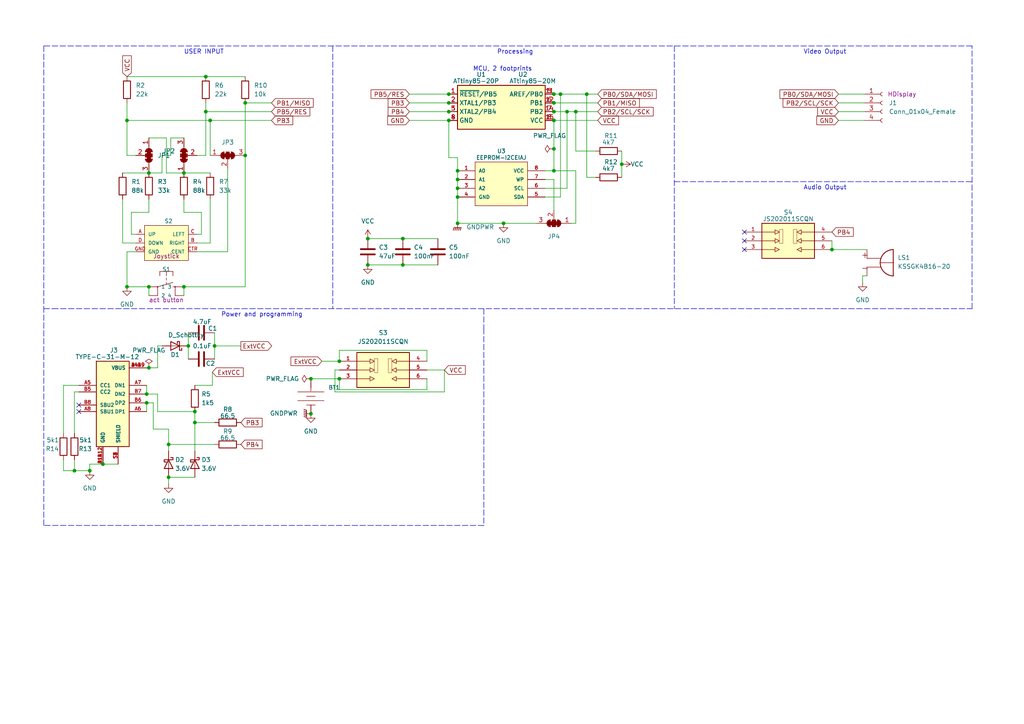
<source format=kicad_sch>
(kicad_sch (version 20211123) (generator eeschema)
  (paper "A4")
  (title_block (title "Tiny Handheld keychain ") (date "2022-09-16") (rev "1.0") (comment 2 "Heavely inspired by Yevgeniy Olexandrenko's design") (comment 3 "Designed by Casper R. Tak"))
  (lib_symbols
    (symbol "Connector:Conn_01x04_Female" (pin_names (offset 1.016) hide)
      (property "Reference" "J" (at 0 5.08 0))
      (property "Value" "Conn_01x04_Female" (at 0 -7.62 0))
      (symbol "Conn_01x04_Female_1_1"
        (arc (start 0 -4.572) (mid -0.508 -5.08) (end 0 -5.588) (stroke (width 0.1524)))
        (arc (start 0 -2.032) (mid -0.508 -2.54) (end 0 -3.048) (stroke (width 0.1524)))
        (polyline (pts (xy -1.27 -5.08) (xy -0.508 -5.08)) (stroke (width 0.1524)))
        (polyline (pts (xy -1.27 -2.54) (xy -0.508 -2.54)) (stroke (width 0.1524)))
        (polyline (pts (xy -1.27 0) (xy -0.508 0)) (stroke (width 0.1524)))
        (polyline (pts (xy -1.27 2.54) (xy -0.508 2.54)) (stroke (width 0.1524)))
        (arc (start 0 0.508) (mid -0.508 0) (end 0 -0.508) (stroke (width 0.1524)))
        (arc (start 0 3.048) (mid -0.508 2.54) (end 0 2.032) (stroke (width 0.1524)))
        (pin passive line (at -5.08 2.54 0) (length 3.81) (name "Pin_1") (number "1"))
        (pin passive line (at -5.08 0 0) (length 3.81) (name "Pin_2") (number "2"))
        (pin passive line (at -5.08 -2.54 0) (length 3.81) (name "Pin_3") (number "3"))
        (pin passive line (at -5.08 -5.08 0) (length 3.81) (name "Pin_4") (number "4"))
      )
    )
    (symbol "Device:C" (pin_numbers hide) (pin_names (offset 0.254))
      (property "Reference" "C" (at 0.635 2.54 0))
      (property "Value" "C" (at 0.635 -2.54 0))
      (symbol "C_0_1"
        (polyline (pts (xy -2.032 -0.762) (xy 2.032 -0.762)) (stroke (width 0.508)))
        (polyline (pts (xy -2.032 0.762) (xy 2.032 0.762)) (stroke (width 0.508)))
      )
      (symbol "C_1_1"
        (pin passive line (at 0 3.81 270) (length 2.794) (name "~") (number "1"))
        (pin passive line (at 0 -3.81 90) (length 2.794) (name "~") (number "2"))
      )
    )
    (symbol "Device:D_Schottky" (pin_numbers hide) (pin_names (offset 1.016) hide)
      (property "Reference" "D" (at 0 2.54 0))
      (property "Value" "D_Schottky" (at 0 -2.54 0))
      (symbol "D_Schottky_0_1"
        (polyline (pts (xy 1.27 0) (xy -1.27 0)))
        (polyline (pts (xy 1.27 1.27) (xy 1.27 -1.27) (xy -1.27 0) (xy 1.27 1.27)) (stroke (width 0.254)))
        (polyline (pts (xy -1.905 0.635) (xy -1.905 1.27) (xy -1.27 1.27) (xy -1.27 -1.27) (xy -0.635 -1.27) (xy -0.635 -0.635)) (stroke (width 0.254)))
      )
      (symbol "D_Schottky_1_1"
        (pin passive line (at -3.81 0 0) (length 2.54) (name "K") (number "1"))
        (pin passive line (at 3.81 0 180) (length 2.54) (name "A") (number "2"))
      )
    )
    (symbol "Device:R" (pin_numbers hide) (pin_names (offset 0))
      (property "Reference" "R" (at 2.032 0 90))
      (property "Value" "R" (at 0 0 90))
      (symbol "R_0_1"
        (rectangle (start -1.016 -2.54) (end 1.016 2.54) (stroke (width 0.254)))
      )
      (symbol "R_1_1"
        (pin passive line (at 0 3.81 270) (length 1.27) (name "~") (number "1"))
        (pin passive line (at 0 -3.81 90) (length 1.27) (name "~") (number "2"))
      )
    )
    (symbol "JS202011SCQN:JS202011SCQN" (pin_names (offset 1.016) hide)
      (property "Reference" "S" (at -7.62 6.35 0))
      (property "Value" "JS202011SCQN" (at -7.62 -6.35 0))
      (symbol "JS202011SCQN_0_0"
        (rectangle (start -7.62 -5.08) (end 7.62 5.08) (stroke (width 0.254)) (fill (type background)))
        (polyline (pts (xy -7.62 -2.54) (xy -3.81 -2.54)) (stroke (width 0.1524)))
        (polyline (pts (xy -7.62 0) (xy -3.81 0)) (stroke (width 0.1524)))
        (polyline (pts (xy -7.62 2.54) (xy -3.81 2.54)) (stroke (width 0.1524)))
        (polyline (pts (xy 7.62 -2.54) (xy 3.81 -2.54)) (stroke (width 0.1524)))
        (polyline (pts (xy 7.62 0) (xy 3.81 0)) (stroke (width 0.1524)))
        (polyline (pts (xy 7.62 2.54) (xy 3.81 2.54)) (stroke (width 0.1524)))
        (polyline (pts (xy -3.81 -1.905) (xy -3.81 -3.175) (xy -2.54 -2.54) (xy -3.81 -1.905)) (stroke (width 0.1524)) (fill (type background)))
        (polyline (pts (xy -3.81 0.635) (xy -3.81 -0.635) (xy -2.54 0) (xy -3.81 0.635)) (stroke (width 0.1524)) (fill (type background)))
        (polyline (pts (xy -3.81 3.175) (xy -3.81 1.905) (xy -2.54 2.54) (xy -3.81 3.175)) (stroke (width 0.1524)) (fill (type background)))
        (polyline (pts (xy 3.81 -3.175) (xy 3.81 -1.905) (xy 2.54 -2.54) (xy 3.81 -3.175)) (stroke (width 0.1524)) (fill (type background)))
        (polyline (pts (xy 3.81 -0.635) (xy 3.81 0.635) (xy 2.54 0) (xy 3.81 -0.635)) (stroke (width 0.1524)) (fill (type background)))
        (polyline (pts (xy 3.81 1.905) (xy 3.81 3.175) (xy 2.54 2.54) (xy 3.81 1.905)) (stroke (width 0.1524)) (fill (type background)))
        (polyline (pts (xy -2.54 3.302) (xy -2.54 -0.762) (xy -1.524 -0.762) (xy -1.524 3.302) (xy -2.54 3.302)) (stroke (width 0.0254)) (fill (type background)))
        (polyline (pts (xy 1.524 3.302) (xy 1.524 -0.762) (xy 2.54 -0.762) (xy 2.54 3.302) (xy 1.524 3.302)) (stroke (width 0.0254)) (fill (type background)))
        (pin passive line (at -12.7 2.54 0) (length 5.08) (name "~") (number "1"))
        (pin passive line (at -12.7 0 0) (length 5.08) (name "~") (number "2"))
        (pin passive line (at -12.7 -2.54 0) (length 5.08) (name "~") (number "3"))
        (pin passive line (at 12.7 2.54 180) (length 5.08) (name "~") (number "4"))
        (pin passive line (at 12.7 0 180) (length 5.08) (name "~") (number "5"))
        (pin passive line (at 12.7 -2.54 180) (length 5.08) (name "~") (number "6"))
      )
    )
    (symbol "Jumper:SolderJumper_3_Bridged123" (pin_names (offset 0) hide)
      (property "Reference" "JP" (at -2.54 -2.54 0))
      (property "Value" "SolderJumper_3_Bridged123" (at 0 2.794 0))
      (symbol "SolderJumper_3_Bridged123_0_1"
        (rectangle (start -1.016 0.508) (end -0.508 -0.508) (fill (type outline)))
        (arc (start -1.016 1.016) (mid -2.032 0) (end -1.016 -1.016))
        (arc (start -1.016 1.016) (mid -2.032 0) (end -1.016 -1.016) (fill (type outline)))
        (rectangle (start -0.508 1.016) (end 0.508 -1.016) (fill (type outline)))
        (polyline (pts (xy -2.54 0) (xy -2.032 0)))
        (polyline (pts (xy -1.016 1.016) (xy -1.016 -1.016)))
        (polyline (pts (xy 0 -1.27) (xy 0 -1.016)))
        (polyline (pts (xy 1.016 1.016) (xy 1.016 -1.016)))
        (polyline (pts (xy 2.54 0) (xy 2.032 0)))
        (rectangle (start 0.508 0.508) (end 1.016 -0.508) (fill (type outline)))
        (arc (start 1.016 -1.016) (mid 2.032 0) (end 1.016 1.016))
        (arc (start 1.016 -1.016) (mid 2.032 0) (end 1.016 1.016) (fill (type outline)))
      )
      (symbol "SolderJumper_3_Bridged123_1_1"
        (pin passive line (at -5.08 0 0) (length 2.54) (name "A") (number "1"))
        (pin passive line (at 0 -3.81 90) (length 2.54) (name "C") (number "2"))
        (pin passive line (at 5.08 0 180) (length 2.54) (name "B") (number "3"))
      )
    )
    (symbol "KSSGK4B16-20:KSSGK4B16-20" (pin_numbers hide) (pin_names (offset 1.016) hide)
      (property "Reference" "LS" (at -2.54 6.35 0))
      (property "Value" "KSSGK4B16-20" (at -2.54 -5.08 0))
      (symbol "KSSGK4B16-20_0_0"
        (polyline (pts (xy -2.54 0) (xy 1.397 0)) (stroke (width 0.1524)))
        (polyline (pts (xy -2.54 2.54) (xy 1.397 2.54)) (stroke (width 0.1524)))
        (polyline (pts (xy 1.27 1.27) (xy 5.08 1.27)) (stroke (width 0.1524)))
        (polyline (pts (xy 5.08 1.27) (xy 5.08 -2.54)) (stroke (width 0.254)))
        (polyline (pts (xy 5.08 5.08) (xy 5.08 1.27)) (stroke (width 0.254)))
        (arc (start 5.08 5.08) (mid 1.27 1.27) (end 5.08 -2.54) (stroke (width 0.254)))
        (text "+" (at -4.318 2.54 0) (effects (font (size 1.778 1.778)) (justify left bottom)))
        (text "-" (at -4.318 -1.27 0) (effects (font (size 1.778 1.778)) (justify left bottom)))
        (pin passive line (at -2.54 -2.54 90) (length 2.54) (name "~") (number "N"))
        (pin passive line (at -2.54 5.08 270) (length 2.54) (name "~") (number "P"))
      )
    )
    (symbol "MCU_Microchip_ATtiny:ATtiny85-20M"
      (property "Reference" "U2" (at 7.62 19.685 0))
      (property "Value" "ATtiny85-20M" (at 15.875 17.78 0))
      (symbol "ATtiny85-20M_0_1"
        (rectangle (start -12.7 16.51) (end 12.7 3.81) (stroke (width 0.254)) (fill (type background)))
      )
      (symbol "ATtiny85-20M_1_1"
        (pin bidirectional line (at -15.24 13.97 0) (length 2.54) (name "~{RESET}/PB5") (number "1"))
        (pin no_connect line (at -34.29 3.175 0) (length 2.54) hide (name "NC") (number "10"))
        (pin bidirectional line (at 15.24 13.97 180) (length 2.54) (name "AREF/PB0") (number "11"))
        (pin bidirectional line (at 15.24 11.43 180) (length 2.54) (name "PB1") (number "12"))
        (pin no_connect line (at -34.29 0.635 0) (length 2.54) hide (name "NC") (number "13"))
        (pin bidirectional line (at 15.24 8.89 180) (length 2.54) (name "PB2") (number "14"))
        (pin power_in line (at 15.24 6.35 180) (length 2.54) (name "VCC") (number "15"))
        (pin no_connect line (at -34.29 -1.905 0) (length 2.54) hide (name "NC") (number "16"))
        (pin no_connect line (at -34.29 -4.445 0) (length 2.54) hide (name "NC") (number "17"))
        (pin no_connect line (at -34.29 26.035 0) (length 2.54) hide (name "NC") (number "18"))
        (pin no_connect line (at -34.29 23.495 0) (length 2.54) hide (name "NC") (number "19"))
        (pin bidirectional line (at -15.24 11.43 0) (length 2.54) (name "XTAL1/PB3") (number "2"))
        (pin no_connect line (at -34.29 18.415 0) (length 2.54) hide (name "NC") (number "20"))
        (pin passive line (at -15.24 6.35 0) (length 2.54) hide (name "GND") (number "21"))
        (pin no_connect line (at -34.29 15.875 0) (length 2.54) hide (name "NC") (number "3"))
        (pin no_connect line (at -34.29 13.335 0) (length 2.54) hide (name "NC") (number "4"))
        (pin bidirectional line (at -15.24 8.89 0) (length 2.54) (name "XTAL2/PB4") (number "5"))
        (pin no_connect line (at -34.29 10.795 0) (length 2.54) hide (name "NC") (number "6"))
        (pin no_connect line (at -34.29 8.255 0) (length 2.54) hide (name "NC") (number "7"))
        (pin power_in line (at -15.24 6.35 0) (length 2.54) (name "GND") (number "8"))
        (pin no_connect line (at -34.29 5.715 0) (length 2.54) hide (name "NC") (number "9"))
      )
    )
    (symbol "MCU_Microchip_ATtiny:ATtiny85-20P"
      (property "Reference" "U?" (at 0.635 12.065 0))
      (property "Value" "ATtiny85-20P" (at 7.62 10.16 0))
      (symbol "ATtiny85-20P_0_1"
        (rectangle (start -12.7 8.89) (end 12.7 -3.81) (stroke (width 0.254)) (fill (type background)))
      )
      (symbol "ATtiny85-20P_1_1"
        (pin bidirectional line (at -15.24 6.35 0) (length 2.54) (name "~{RESET}/PB5") (number "1"))
        (pin bidirectional line (at -15.24 3.81 0) (length 2.54) (name "XTAL1/PB3") (number "2"))
        (pin bidirectional line (at -15.24 1.27 0) (length 2.54) (name "XTAL2/PB4") (number "3"))
        (pin power_in line (at -15.24 -1.27 0) (length 2.54) (name "GND") (number "4"))
        (pin bidirectional line (at 15.24 6.35 180) (length 2.54) (name "AREF/PB0") (number "5"))
        (pin bidirectional line (at 15.24 3.81 180) (length 2.54) (name "PB1") (number "6"))
        (pin bidirectional line (at 15.24 1.27 180) (length 2.54) (name "PB2") (number "7"))
        (pin power_in line (at 15.24 -1.27 180) (length 2.54) (name "VCC") (number "8"))
      )
    )
    (symbol "SparkFun-Batteries:BATTERY-6.8MM_SMD" (pin_numbers hide) (pin_names (offset 1.016) hide)
      (property "Reference" "BT" (at 0 4.318 0))
      (property "Value" "BATTERY-6.8MM_SMD" (at 0 -6.35 0))
      (property "Field4" "BATT-13734" (at 0 7.62 0))
      (symbol "BATTERY-6.8MM_SMD_1_0"
        (polyline (pts (xy -2.54 0) (xy -1.524 0)))
        (polyline (pts (xy -1.27 3.81) (xy -1.27 -3.81)))
        (polyline (pts (xy 0 1.27) (xy 0 -1.27)))
        (polyline (pts (xy 1.27 3.81) (xy 1.27 -3.81)))
        (polyline (pts (xy 2.54 1.27) (xy 2.54 -1.27)))
      )
      (symbol "BATTERY-6.8MM_SMD_1_1"
        (pin power_in line (at -5.08 0 0) (length 2.54) (name "+") (number "+"))
        (pin power_in line (at 5.08 0 180) (length 2.54) (name "-") (number "-"))
      )
    )
    (symbol "SparkFun-IC-Memory:EEPROM-I2CEIAJ" (pin_names (offset 1.016))
      (property "Reference" "U3" (at 0 9.525 0))
      (property "Value" "EEPROM-I2CEIAJ" (at 0 7.62 0))
      (symbol "EEPROM-I2CEIAJ_1_1"
        (polyline (pts (xy 7.62 -6.35) (xy -7.62 -6.35) (xy -7.62 6.35) (xy 7.62 6.35) (xy 7.62 -6.35)) (fill (type background)))
        (pin bidirectional line (at -12.7 3.81 0) (length 5.08) (name "A0") (number "1"))
        (pin bidirectional line (at -12.7 1.27 0) (length 5.08) (name "A1") (number "2"))
        (pin bidirectional line (at -12.7 -1.27 0) (length 5.08) (name "A2") (number "3"))
        (pin power_out line (at -12.7 -3.81 0) (length 5.08) (name "GND") (number "4"))
        (pin bidirectional line (at 12.7 -3.81 180) (length 5.08) (name "SDA") (number "5"))
        (pin bidirectional line (at 12.7 -1.27 180) (length 5.08) (name "SCL") (number "6"))
        (pin bidirectional line (at 12.7 1.27 180) (length 5.08) (name "WP") (number "7"))
        (pin power_in line (at 12.7 3.81 180) (length 5.08) (name "VCC") (number "8"))
      )
    )
    (symbol "SparkFun-Switches:JOYSTICK_MINI" (pin_names (offset 1.016))
      (property "Reference" "S?" (at -3.81 6.35 0))
      (symbol "JOYSTICK_MINI_1_1"
        (polyline (pts (xy -9.525 5.08) (xy 3.175 5.08) (xy 3.175 -5.08) (xy -9.525 -5.08) (xy -9.525 5.08)) (fill (type background)))
        (pin bidirectional line (at -12.065 2.54 0) (length 2.54) (name "UP") (number "A"))
        (pin bidirectional line (at 5.715 0 180) (length 2.54) (name "RIGHT") (number "B"))
        (pin bidirectional line (at 5.715 2.54 180) (length 2.54) (name "LEFT") (number "C"))
        (pin bidirectional line (at 5.715 -2.54 180) (length 2.54) (name "CENT") (number "CTR"))
        (pin bidirectional line (at -12.065 0 0) (length 2.54) (name "DOWN") (number "D"))
        (pin bidirectional line (at -12.065 -2.54 0) (length 2.54) (name "GND") (number "GND"))
      )
    )
    (symbol "SparkFun-Switches:MOMENTARY-SWITCH-SPST-2-SMD-5.2MM" (pin_numbers hide) (pin_names (offset 1.016))
      (property "Reference" "S" (at -5.08 1.27 0))
      (property "Value" "MOMENTARY-SWITCH-SPST-2-SMD-5.2MM" (at -5.08 -5.08 0))
      (property "Field4" "SWCH-08247" (at 0 7.62 0))
      (symbol "MOMENTARY-SWITCH-SPST-2-SMD-5.2MM_1_0"
        (polyline (pts (xy -2.54 -2.54) (xy -2.54 0)))
        (polyline (pts (xy -2.54 0) (xy 1.905 1.27)))
        (polyline (pts (xy -1.905 4.445) (xy -1.905 3.175)))
        (polyline (pts (xy 0 1.27) (xy 0 0.635)))
        (polyline (pts (xy 0 2.54) (xy 0 1.905)))
        (polyline (pts (xy 0 4.445) (xy -1.905 4.445)))
        (polyline (pts (xy 0 4.445) (xy 0 3.175)))
        (polyline (pts (xy 1.905 0) (xy 2.54 0)))
        (polyline (pts (xy 1.905 4.445) (xy 0 4.445)))
        (polyline (pts (xy 1.905 4.445) (xy 1.905 3.175)))
        (polyline (pts (xy 2.54 -2.54) (xy 2.54 0)))
      )
      (symbol "MOMENTARY-SWITCH-SPST-2-SMD-5.2MM_1_1"
        (circle (center -2.54 0) (radius 0.127) (fill (type outline)))
        (circle (center 2.54 0) (radius 0.127) (fill (type outline)))
        (pin passive line (at -5.08 0 0) (length 2.54) (name "1") (number "1"))
        (pin passive line (at -5.08 -2.54 0) (length 2.54) (name "2") (number "2"))
        (pin passive line (at 5.08 0 180) (length 2.54) (name "3") (number "3"))
        (pin passive line (at 5.08 -2.54 180) (length 2.54) (name "4") (number "4"))
      )
    )
    (symbol "TYPE-C-31-M-12:TYPE-C-31-M-12" (pin_names (offset 1.016))
      (property "Reference" "J3" (at 8.255 15.24 0))
      (property "Value" "TYPE-C-31-M-12" (at 6.35 13.335 0))
      (symbol "TYPE-C-31-M-12_0_0"
        (rectangle (start 3.175 12.065) (end 12.7 -12.7) (stroke (width 0.254)) (fill (type background)))
        (pin power_in line (at 5.08 -17.78 90) (length 5.08) (name "GND") (number "A1B12"))
        (pin power_in line (at 17.78 10.16 180) (length 5.08) (name "VBUS") (number "A4B9"))
        (pin bidirectional line (at -1.905 5.08 0) (length 5.08) (name "CC1") (number "A5"))
        (pin bidirectional line (at 17.78 -2.54 180) (length 5.08) (name "DP1") (number "A6"))
        (pin bidirectional line (at 17.78 5.08 180) (length 5.08) (name "DN1") (number "A7"))
        (pin bidirectional line (at -1.905 -2.54 0) (length 5.08) (name "SBU1") (number "A8"))
        (pin power_in line (at 5.08 -17.78 90) (length 5.08) (name "GND") (number "B1A12"))
        (pin power_in line (at 17.78 10.16 180) (length 5.08) (name "VBUS") (number "B4A9"))
        (pin bidirectional line (at -1.905 3.175 0) (length 5.08) (name "CC2") (number "B5"))
        (pin bidirectional line (at 17.78 0 180) (length 5.08) (name "DP2") (number "B6"))
        (pin bidirectional line (at 17.78 2.54 180) (length 5.08) (name "DN2") (number "B7"))
        (pin bidirectional line (at -1.905 -0.635 0) (length 5.08) (name "SBU2") (number "B8"))
        (pin passive line (at 9.525 -17.78 90) (length 5.08) (name "SHIELD") (number "S1"))
        (pin passive line (at 9.525 -17.78 90) (length 5.08) (name "SHIELD") (number "S2"))
        (pin passive line (at 9.525 -17.78 90) (length 5.08) (name "SHIELD") (number "S3"))
        (pin passive line (at 9.525 -17.78 90) (length 5.08) (name "SHIELD") (number "S4"))
      )
    )
    (symbol "power:GND" (power) (pin_names (offset 0))
      (property "Value" "GND" (at 0 -3.81 0))
      (symbol "GND_0_1"
        (polyline (pts (xy 0 0) (xy 0 -1.27) (xy 1.27 -1.27) (xy 0 -2.54) (xy -1.27 -1.27) (xy 0 -1.27)))
      )
      (symbol "GND_1_1"
        (pin power_in line (at 0 0 270) (length 0) hide (name "GND") (number "1"))
      )
    )
    (symbol "power:GNDPWR" (power) (pin_names (offset 0))
      (property "Value" "GNDPWR" (at 0 -3.302 0))
      (symbol "GNDPWR_0_1"
        (polyline (pts (xy 0 -1.27) (xy 0 0)))
        (polyline (pts (xy -1.016 -1.27) (xy -1.27 -2.032) (xy -1.27 -2.032)) (stroke (width 0.2032)))
        (polyline (pts (xy -0.508 -1.27) (xy -0.762 -2.032) (xy -0.762 -2.032)) (stroke (width 0.2032)))
        (polyline (pts (xy 0 -1.27) (xy -0.254 -2.032) (xy -0.254 -2.032)) (stroke (width 0.2032)))
        (polyline (pts (xy 0.508 -1.27) (xy 0.254 -2.032) (xy 0.254 -2.032)) (stroke (width 0.2032)))
        (polyline (pts (xy 1.016 -1.27) (xy -1.016 -1.27) (xy -1.016 -1.27)) (stroke (width 0.2032)))
        (polyline (pts (xy 1.016 -1.27) (xy 0.762 -2.032) (xy 0.762 -2.032) (xy 0.762 -2.032)) (stroke (width 0.2032)))
      )
      (symbol "GNDPWR_1_1"
        (pin power_in line (at 0 0 270) (length 0) hide (name "GNDPWR") (number "1"))
      )
    )
    (symbol "power:PWR_FLAG" (power) (pin_numbers hide) (pin_names (offset 0) hide)
      (property "Value" "PWR_FLAG" (at 0 3.81 0))
      (symbol "PWR_FLAG_0_0"
        (pin power_out line (at 0 0 90) (length 0) (name "pwr") (number "1"))
      )
      (symbol "PWR_FLAG_0_1"
        (polyline (pts (xy 0 0) (xy 0 1.27) (xy -1.016 1.905) (xy 0 2.54) (xy 1.016 1.905) (xy 0 1.27)))
      )
    )
    (symbol "power:VCC" (power) (pin_names (offset 0))
      (property "Value" "VCC" (at 0 3.81 0))
      (symbol "VCC_0_1"
        (polyline (pts (xy -0.762 1.27) (xy 0 2.54)))
        (polyline (pts (xy 0 0) (xy 0 2.54)))
        (polyline (pts (xy 0 2.54) (xy 0.762 1.27)))
      )
      (symbol "VCC_1_1"
        (pin power_in line (at 0 0 90) (length 0) hide (name "VCC") (number "1"))
      )
    )
  )
  (junction (at 170.18 27.305))
  (junction (at 43.18 83.185))
  (junction (at 160.655 29.845))
  (junction (at 160.655 34.925))
  (junction (at 130.175 34.925))
  (junction (at 53.34 83.185))
  (junction (at 132.715 57.15))
  (junction (at 90.17 120.015))
  (junction (at 130.175 29.845))
  (junction (at 132.715 64.77))
  (junction (at 43.18 106.68))
  (junction (at 21.59 136.525))
  (junction (at 132.715 52.07))
  (junction (at 130.175 27.305))
  (junction (at 48.895 128.905))
  (junction (at 90.17 109.855))
  (junction (at 54.61 100.33))
  (junction (at 132.715 54.61))
  (junction (at 71.12 45.085))
  (junction (at 71.12 29.845))
  (junction (at 56.515 119.38))
  (junction (at 98.425 104.775))
  (junction (at 106.68 76.835))
  (junction (at 59.69 22.225))
  (junction (at 146.05 64.77))
  (junction (at 26.035 136.525))
  (junction (at 56.515 122.555))
  (junction (at 29.845 134.62))
  (junction (at 160.655 27.305))
  (junction (at 42.545 116.84))
  (junction (at 180.34 47.625))
  (junction (at 162.56 27.305))
  (junction (at 167.005 32.385))
  (junction (at 164.465 32.385))
  (junction (at 160.655 32.385))
  (junction (at 160.655 49.53))
  (junction (at 106.68 69.215))
  (junction (at 116.84 76.835))
  (junction (at 48.895 138.43))
  (junction (at 62.23 100.33))
  (junction (at 116.84 69.215))
  (junction (at 36.83 83.185))
  (junction (at 43.18 50.165))
  (junction (at 60.96 34.925))
  (junction (at 241.3 72.39))
  (junction (at 98.425 109.855))
  (junction (at 53.34 50.165))
  (junction (at 42.545 114.3))
  (junction (at 160.655 43.18))
  (junction (at 59.69 32.385))
  (junction (at 36.83 34.925))
  (junction (at 130.175 32.385))
  (junction (at 132.715 49.53))
  (no_connect (at 22.86 117.475))
  (no_connect (at 22.86 119.38))
  (no_connect (at 215.9 67.31))
  (no_connect (at 215.9 69.85))
  (no_connect (at 215.9 72.39))
  (wire (pts (xy 42.545 116.84) (xy 44.45 116.84)))
  (wire (pts (xy 132.715 54.61) (xy 132.715 52.07)))
  (wire (pts (xy 160.655 34.925) (xy 173.355 34.925)))
  (wire (pts (xy 60.96 70.485) (xy 57.15 70.485)))
  (wire (pts (xy 60.96 34.925) (xy 78.74 34.925)))
  (wire (pts (xy 123.825 109.855) (xy 123.825 113.03)))
  (wire (pts (xy 36.83 22.225) (xy 59.69 22.225)))
  (polyline (pts (xy 140.335 89.535) (xy 140.335 95.25)))
  (wire (pts (xy 46.99 50.165) (xy 43.18 50.165)))
  (wire (pts (xy 66.04 73.025) (xy 57.15 73.025)))
  (wire (pts (xy 123.825 107.315) (xy 128.905 107.315)))
  (wire (pts (xy 71.12 29.845) (xy 71.12 45.085)))
  (wire (pts (xy 158.115 52.07) (xy 160.655 52.07)))
  (wire (pts (xy 48.26 40.005) (xy 48.26 50.165)))
  (wire (pts (xy 106.68 69.215) (xy 116.84 69.215)))
  (wire (pts (xy 53.34 50.165) (xy 60.96 50.165)))
  (wire (pts (xy 56.515 130.81) (xy 56.515 122.555)))
  (wire (pts (xy 98.425 104.775) (xy 98.425 101.6)))
  (wire (pts (xy 116.84 76.835) (xy 127 76.835)))
  (polyline (pts (xy 96.52 13.335) (xy 96.52 89.535)))
  (wire (pts (xy 132.715 52.07) (xy 132.715 49.53)))
  (wire (pts (xy 36.83 29.845) (xy 36.83 34.925)))
  (wire (pts (xy 62.23 100.33) (xy 69.85 100.33)))
  (wire (pts (xy 160.655 49.53) (xy 160.655 43.18)))
  (wire (pts (xy 241.3 69.85) (xy 241.3 72.39)))
  (wire (pts (xy 43.18 57.785) (xy 43.18 61.595)))
  (wire (pts (xy 160.655 34.925) (xy 160.655 43.18)))
  (wire (pts (xy 35.56 70.485) (xy 39.37 70.485)))
  (wire (pts (xy 180.34 47.625) (xy 180.34 51.435)))
  (wire (pts (xy 146.05 64.77) (xy 132.715 64.77)))
  (wire (pts (xy 90.17 109.855) (xy 98.425 109.855)))
  (wire (pts (xy 132.715 64.77) (xy 132.715 57.15)))
  (wire (pts (xy 26.035 136.525) (xy 26.035 134.62)))
  (wire (pts (xy 49.53 45.085) (xy 46.99 45.085)))
  (wire (pts (xy 164.465 32.385) (xy 167.005 32.385)))
  (wire (pts (xy 155.575 64.77) (xy 146.05 64.77)))
  (wire (pts (xy 128.905 107.315) (xy 128.905 113.665)))
  (wire (pts (xy 59.69 45.085) (xy 57.15 45.085)))
  (wire (pts (xy 132.715 57.15) (xy 132.715 54.61)))
  (wire (pts (xy 53.34 57.785) (xy 53.34 61.595)))
  (wire (pts (xy 59.69 32.385) (xy 59.69 45.085)))
  (wire (pts (xy 56.515 119.38) (xy 56.515 122.555)))
  (wire (pts (xy 39.37 73.025) (xy 36.83 73.025)))
  (wire (pts (xy 243.205 29.845) (xy 250.825 29.845)))
  (wire (pts (xy 58.42 61.595) (xy 58.42 67.945)))
  (wire (pts (xy 71.12 83.185) (xy 71.12 45.085)))
  (wire (pts (xy 48.895 128.905) (xy 62.23 128.905)))
  (wire (pts (xy 118.745 32.385) (xy 130.175 32.385)))
  (wire (pts (xy 42.545 114.3) (xy 45.72 114.3)))
  (wire (pts (xy 118.745 34.925) (xy 130.175 34.925)))
  (wire (pts (xy 130.175 34.925) (xy 130.175 45.72)))
  (polyline (pts (xy 12.7 152.4) (xy 12.7 89.535)))
  (wire (pts (xy 118.745 29.845) (xy 130.175 29.845)))
  (wire (pts (xy 36.83 73.025) (xy 36.83 83.185)))
  (wire (pts (xy 43.18 40.005) (xy 48.26 40.005)))
  (wire (pts (xy 66.04 48.895) (xy 66.04 73.025)))
  (wire (pts (xy 162.56 27.305) (xy 170.18 27.305)))
  (wire (pts (xy 158.115 54.61) (xy 164.465 54.61)))
  (wire (pts (xy 170.18 27.305) (xy 170.18 51.435)))
  (wire (pts (xy 22.86 111.76) (xy 18.415 111.76)))
  (wire (pts (xy 62.23 96.52) (xy 62.23 100.33)))
  (wire (pts (xy 250.19 80.01) (xy 250.19 81.915)))
  (wire (pts (xy 18.415 133.35) (xy 18.415 136.525)))
  (wire (pts (xy 36.83 45.085) (xy 36.83 34.925)))
  (wire (pts (xy 53.34 40.005) (xy 49.53 40.005)))
  (wire (pts (xy 48.895 138.43) (xy 56.515 138.43)))
  (wire (pts (xy 43.18 61.595) (xy 38.1 61.595)))
  (wire (pts (xy 243.205 34.925) (xy 250.825 34.925)))
  (wire (pts (xy 60.96 34.925) (xy 60.96 45.085)))
  (wire (pts (xy 158.115 49.53) (xy 160.655 49.53)))
  (wire (pts (xy 59.69 29.845) (xy 59.69 32.385)))
  (wire (pts (xy 53.34 83.185) (xy 71.12 83.185)))
  (wire (pts (xy 43.18 106.68) (xy 45.72 106.68)))
  (wire (pts (xy 58.42 67.945) (xy 57.15 67.945)))
  (wire (pts (xy 48.26 50.165) (xy 53.34 50.165)))
  (wire (pts (xy 45.72 100.33) (xy 46.99 100.33)))
  (wire (pts (xy 36.83 34.925) (xy 60.96 34.925)))
  (wire (pts (xy 35.56 50.165) (xy 43.18 50.165)))
  (wire (pts (xy 106.68 76.835) (xy 116.84 76.835)))
  (wire (pts (xy 56.515 111.76) (xy 61.595 111.76)))
  (wire (pts (xy 36.83 83.185) (xy 43.18 83.185)))
  (wire (pts (xy 38.1 61.595) (xy 38.1 67.945)))
  (wire (pts (xy 53.34 83.185) (xy 53.34 85.725)))
  (wire (pts (xy 123.825 113.03) (xy 98.425 113.03)))
  (polyline (pts (xy 15.24 89.535) (xy 281.94 89.535)))
  (wire (pts (xy 48.895 128.905) (xy 48.895 130.81)))
  (wire (pts (xy 97.155 107.315) (xy 98.425 107.315)))
  (wire (pts (xy 180.34 43.815) (xy 180.34 47.625)))
  (wire (pts (xy 21.59 133.35) (xy 21.59 136.525)))
  (wire (pts (xy 116.84 69.215) (xy 127 69.215)))
  (wire (pts (xy 158.115 57.15) (xy 162.56 57.15)))
  (wire (pts (xy 118.745 27.305) (xy 130.175 27.305)))
  (wire (pts (xy 56.515 122.555) (xy 62.23 122.555)))
  (polyline (pts (xy 195.58 52.705) (xy 281.94 52.705)))
  (wire (pts (xy 29.845 134.62) (xy 34.29 134.62)))
  (wire (pts (xy 167.005 49.53) (xy 160.655 49.53)))
  (wire (pts (xy 18.415 111.76) (xy 18.415 125.73)))
  (wire (pts (xy 26.035 134.62) (xy 29.845 134.62)))
  (wire (pts (xy 60.96 57.785) (xy 60.96 70.485)))
  (wire (pts (xy 44.45 116.84) (xy 44.45 124.46)))
  (wire (pts (xy 167.005 32.385) (xy 173.355 32.385)))
  (wire (pts (xy 54.61 96.52) (xy 54.61 100.33)))
  (wire (pts (xy 42.545 111.76) (xy 42.545 114.3)))
  (wire (pts (xy 251.46 80.01) (xy 250.19 80.01)))
  (wire (pts (xy 167.005 64.77) (xy 167.005 49.53)))
  (wire (pts (xy 93.345 104.775) (xy 98.425 104.775)))
  (wire (pts (xy 59.69 32.385) (xy 78.74 32.385)))
  (wire (pts (xy 62.23 100.33) (xy 62.23 104.14)))
  (wire (pts (xy 123.825 101.6) (xy 123.825 104.775)))
  (wire (pts (xy 42.545 106.68) (xy 43.18 106.68)))
  (polyline (pts (xy 281.94 89.535) (xy 281.94 13.335)))
  (wire (pts (xy 167.005 43.815) (xy 167.005 32.385)))
  (wire (pts (xy 54.61 100.33) (xy 54.61 104.14)))
  (wire (pts (xy 162.56 27.305) (xy 162.56 57.15)))
  (wire (pts (xy 128.905 113.665) (xy 97.155 113.665)))
  (wire (pts (xy 48.895 124.46) (xy 48.895 128.905)))
  (wire (pts (xy 21.59 136.525) (xy 26.035 136.525)))
  (wire (pts (xy 44.45 124.46) (xy 48.895 124.46)))
  (wire (pts (xy 45.72 114.3) (xy 45.72 119.38)))
  (wire (pts (xy 241.3 72.39) (xy 251.46 72.39)))
  (wire (pts (xy 172.72 51.435) (xy 170.18 51.435)))
  (wire (pts (xy 165.735 64.77) (xy 167.005 64.77)))
  (polyline (pts (xy 140.335 95.25) (xy 140.335 152.4)))
  (wire (pts (xy 71.12 29.845) (xy 78.74 29.845)))
  (wire (pts (xy 170.18 27.305) (xy 173.355 27.305)))
  (wire (pts (xy 243.205 27.305) (xy 250.825 27.305)))
  (wire (pts (xy 49.53 40.005) (xy 49.53 45.085)))
  (wire (pts (xy 22.86 113.665) (xy 21.59 113.665)))
  (wire (pts (xy 132.715 49.53) (xy 132.715 45.72)))
  (wire (pts (xy 164.465 54.61) (xy 164.465 32.385)))
  (wire (pts (xy 160.655 52.07) (xy 160.655 60.96)))
  (wire (pts (xy 38.1 67.945) (xy 39.37 67.945)))
  (wire (pts (xy 21.59 113.665) (xy 21.59 125.73)))
  (wire (pts (xy 39.37 45.085) (xy 36.83 45.085)))
  (wire (pts (xy 98.425 101.6) (xy 123.825 101.6)))
  (wire (pts (xy 160.655 32.385) (xy 164.465 32.385)))
  (wire (pts (xy 160.655 29.845) (xy 173.355 29.845)))
  (wire (pts (xy 172.72 43.815) (xy 167.005 43.815)))
  (polyline (pts (xy 12.7 89.535) (xy 15.24 89.535)))
  (wire (pts (xy 35.56 57.785) (xy 35.56 70.485)))
  (wire (pts (xy 132.715 45.72) (xy 130.175 45.72)))
  (wire (pts (xy 61.595 107.95) (xy 61.595 111.76)))
  (wire (pts (xy 59.69 22.225) (xy 71.12 22.225)))
  (wire (pts (xy 45.72 106.68) (xy 45.72 100.33)))
  (wire (pts (xy 43.18 83.185) (xy 43.18 85.725)))
  (wire (pts (xy 243.205 32.385) (xy 250.825 32.385)))
  (wire (pts (xy 46.99 45.085) (xy 46.99 50.165)))
  (polyline (pts (xy 12.7 13.335) (xy 12.7 89.535)))
  (wire (pts (xy 18.415 136.525) (xy 21.59 136.525)))
  (wire (pts (xy 53.34 61.595) (xy 58.42 61.595)))
  (wire (pts (xy 42.545 116.84) (xy 42.545 119.38)))
  (wire (pts (xy 45.72 119.38) (xy 56.515 119.38)))
  (wire (pts (xy 160.655 27.305) (xy 162.56 27.305)))
  (polyline (pts (xy 281.94 13.335) (xy 12.7 13.335)))
  (polyline (pts (xy 195.58 13.335) (xy 195.58 89.535)))
  (wire (pts (xy 98.425 109.855) (xy 98.425 113.03)))
  (wire (pts (xy 48.895 138.43) (xy 48.895 140.335)))
  (wire (pts (xy 97.155 113.665) (xy 97.155 107.315)))
  (polyline (pts (xy 140.335 152.4) (xy 12.7 152.4)))
  (text "MCU, 2 footprints\n\n" (at 137.16 22.86 0) (effects (font (size 1.27 1.27)) (justify left bottom)))
  (text "Audio Output" (at 233.045 55.245 0) (effects (font (size 1.27 1.27)) (justify left bottom)))
  (text "Power and programming\n" (at 64.135 92.075 0) (effects (font (size 1.27 1.27)) (justify left bottom)))
  (text "USER INPUT" (at 53.34 15.875 0) (effects (font (size 1.27 1.27)) (justify left bottom)))
  (text "Video Output" (at 233.045 15.875 0) (effects (font (size 1.27 1.27)) (justify left bottom)))
  (text "Processing" (at 144.145 15.875 0) (effects (font (size 1.27 1.27)) (justify left bottom)))
  (global_label "PB2{slash}SCL{slash}SCK" (shape input) (at 243.205 29.845 180) (property "Intersheet References" "${INTERSHEET_REFS}" (effects hide)))
  (global_label "PB0{slash}SDA{slash}MOSI" (shape input) (at 173.355 27.305 0) (property "Intersheet References" "${INTERSHEET_REFS}" (effects hide)))
  (global_label "PB3" (shape input) (at 118.745 29.845 180) (property "Intersheet References" "${INTERSHEET_REFS}" (effects hide)))
  (global_label "PB1{slash}MISO" (shape input) (at 78.74 29.845 0) (property "Intersheet References" "${INTERSHEET_REFS}" (effects hide)))
  (global_label "GND" (shape input) (at 243.205 34.925 180) (property "Intersheet References" "${INTERSHEET_REFS}" (effects hide)))
  (global_label "PB4" (shape input) (at 69.85 128.905 0) (property "Intersheet References" "${INTERSHEET_REFS}" (effects hide)))
  (global_label "PB3" (shape input) (at 69.85 122.555 0) (property "Intersheet References" "${INTERSHEET_REFS}" (effects hide)))
  (global_label "PB4" (shape input) (at 241.3 67.31 0) (property "Intersheet References" "${INTERSHEET_REFS}" (effects hide)))
  (global_label "ExtVCC" (shape input) (at 61.595 107.95 0) (property "Intersheet References" "${INTERSHEET_REFS}" (effects hide)))
  (global_label "PB2{slash}SCL{slash}SCK" (shape input) (at 173.355 32.385 0) (property "Intersheet References" "${INTERSHEET_REFS}" (effects hide)))
  (global_label "PB5{slash}RES" (shape input) (at 78.74 32.385 0) (property "Intersheet References" "${INTERSHEET_REFS}" (effects hide)))
  (global_label "VCC" (shape input) (at 36.83 22.225 90) (property "Intersheet References" "${INTERSHEET_REFS}" (effects hide)))
  (global_label "PB5{slash}RES" (shape input) (at 118.745 27.305 180) (property "Intersheet References" "${INTERSHEET_REFS}" (effects hide)))
  (global_label "PB1{slash}MISO" (shape input) (at 173.355 29.845 0) (property "Intersheet References" "${INTERSHEET_REFS}" (effects hide)))
  (global_label "ExtVCC" (shape input) (at 93.345 104.775 180) (property "Intersheet References" "${INTERSHEET_REFS}" (effects hide)))
  (global_label "GND" (shape input) (at 118.745 34.925 180) (property "Intersheet References" "${INTERSHEET_REFS}" (effects hide)))
  (global_label "VCC" (shape input) (at 173.355 34.925 0) (property "Intersheet References" "${INTERSHEET_REFS}" (effects hide)))
  (global_label "VCC" (shape input) (at 243.205 32.385 180) (property "Intersheet References" "${INTERSHEET_REFS}" (effects hide)))
  (global_label "PB3" (shape input) (at 78.74 34.925 0) (property "Intersheet References" "${INTERSHEET_REFS}" (effects hide)))
  (global_label "VCC" (shape input) (at 128.905 107.315 0) (property "Intersheet References" "${INTERSHEET_REFS}" (effects hide)))
  (global_label "ExtVCC" (shape output) (at 69.85 100.33 0) (property "Intersheet References" "${INTERSHEET_REFS}" (effects hide)))
  (global_label "PB4" (shape input) (at 118.745 32.385 180) (property "Intersheet References" "${INTERSHEET_REFS}" (effects hide)))
  (global_label "PB0{slash}SDA{slash}MOSI" (shape input) (at 243.205 27.305 180) (property "Intersheet References" "${INTERSHEET_REFS}" (effects hide)))
  (symbol (lib_id "power:GNDPWR") (at 132.715 64.77 0) (unit 1)
    (property "Reference" "#PWR0114" (effects hide))
    (property "Value" "GNDPWR" (at 135.255 65.8367 0) (effects (justify left)))
  )
  (symbol (lib_id "Device:R") (at 66.04 128.905 90) (unit 1)
    (property "Reference" "R9" (at 66.04 125.095 90))
    (property "Value" "66.5" (at 66.04 127 90))
    (property "Footprint" "Resistor_SMD:R_1206_3216Metric_Pad1.30x1.75mm_HandSolder" (effects hide))
  )
  (symbol (lib_id "Jumper:SolderJumper_3_Bridged123") (at 66.04 45.085 0) (unit 1)
    (property "Reference" "JP3" (at 66.04 41.275 0))
    (property "Value" "SolderJumper_3_Bridged123" (effects hide))
    (property "Footprint" "Jumper:SolderJumper-3_P1.3mm_Open_RoundedPad1.0x1.5mm_NumberLabels" (effects hide))
  )
  (symbol (lib_id "power:GND") (at 26.035 136.525 0) (unit 1)
    (property "Reference" "#PWR0104" (effects hide))
    (property "Value" "GND" (at 26.035 141.605 0))
  )
  (symbol (lib_id "JS202011SCQN:JS202011SCQN") (at 111.125 107.315 0) (unit 1)
    (property "Reference" "S3" (at 111.125 96.52 0))
    (property "Value" "JS202011SCQN" (at 111.125 99.06 0))
    (property "Footprint" "Snapeda:SW_JS202011SCQN" (effects hide))
    (property "STANDARD" "Manufacturer Recommendations" (effects hide))
    (property "MANUFACTURER" "C&K" (effects hide))
    (property "MAXIMUM_PACKAGE_HEIGHT" "5.5 mm" (effects hide))
    (property "PARTREV" "26 May 22" (effects hide))
    (property "SNAPEDA_PN" "JS202011SCQN" (effects hide))
  )
  (symbol (lib_id "Device:R") (at 56.515 115.57 0) (unit 1)
    (property "Reference" "R5" (at 58.42 114.2999 0) (effects (justify left)))
    (property "Value" "1k5" (at 58.42 116.8399 0) (effects (justify left)))
    (property "Footprint" "Resistor_SMD:R_1206_3216Metric_Pad1.30x1.75mm_HandSolder" (effects hide))
  )
  (symbol (lib_id "SparkFun-Switches:JOYSTICK_MINI") (at 51.435 70.485 0) (unit 1)
    (property "Reference" "S2" (at 48.895 64.135 0) (effects (font (size 1.143 1.143))))
    (property "Value" "JOYSTICK_MINI" (effects hide))
    (property "Footprint" "Button_Switch_SMD:5 way button (joystick)" (effects hide))
    (property "Field4" "SWCH-09905" (effects hide))
    (property "Purpose" "Joystick" (at 48.26 74.295 0))
  )
  (symbol (lib_id "Device:R") (at 18.415 129.54 180) (unit 1)
    (property "Reference" "R14" (at 17.145 130.175 0) (effects (justify left)))
    (property "Value" "5k1" (at 17.145 127.635 0) (effects (justify left)))
    (property "Footprint" "Resistor_SMD:R_1206_3216Metric_Pad1.30x1.75mm_HandSolder" (effects hide))
    (property "Purpose" "Enable power and tell device id" (effects hide))
  )
  (symbol (lib_id "Device:D_Schottky") (at 56.515 134.62 270) (unit 1)
    (property "Reference" "D3" (at 58.42 133.35 90) (effects (justify left)))
    (property "Value" "3.6V" (at 58.42 135.89 90) (effects (justify left)))
    (property "Footprint" "Diode_SMD:D_1210_3225Metric_Pad1.42x2.65mm_HandSolder" (effects hide))
  )
  (symbol (lib_id "power:GND") (at 48.895 140.335 0) (unit 1)
    (property "Reference" "#PWR0107" (effects hide))
    (property "Value" "GND" (at 48.895 145.415 0))
  )
  (symbol (lib_id "TYPE-C-31-M-12:TYPE-C-31-M-12") (at 24.765 116.84 0) (unit 1)
    (property "Reference" "J3" (at 33.02 101.6 0))
    (property "Value" "TYPE-C-31-M-12" (at 31.115 103.505 0))
    (property "Footprint" "Snapeda:HRO_TYPE-C-31-M-12" (effects hide))
    (property "PARTREV" "A" (effects hide))
    (property "STANDARD" "Manufacturer Recommendations" (effects hide))
    (property "MAXIMUM_PACKAGE_HEIGHT" "3.31mm" (effects hide))
    (property "MANUFACTURER" "HRO Electronics" (effects hide))
  )
  (symbol (lib_id "Device:C") (at 116.84 73.025 0) (unit 1)
    (property "Reference" "C4" (at 120.015 71.7549 0) (effects (justify left)))
    (property "Value" "100nF" (at 120.015 74.2949 0) (effects (justify left)))
    (property "Footprint" "Capacitor_SMD:C_1206_3216Metric_Pad1.33x1.80mm_HandSolder" (effects hide))
  )
  (symbol (lib_id "Jumper:SolderJumper_3_Bridged123") (at 160.655 64.77 180) (unit 1)
    (property "Reference" "JP4" (at 160.655 68.58 0))
    (property "Value" "SolderJumper_3_Bridged123" (effects hide))
    (property "Footprint" "Jumper:SolderJumper-3_P1.3mm_Open_RoundedPad1.0x1.5mm_NumberLabels" (effects hide))
  )
  (symbol (lib_id "Device:R") (at 176.53 43.815 270) (unit 1)
    (property "Reference" "R11" (at 175.26 39.37 90) (effects (justify left)))
    (property "Value" "4k7" (at 174.625 41.275 90) (effects (justify left)))
    (property "Footprint" "Resistor_SMD:R_1206_3216Metric_Pad1.30x1.75mm_HandSolder" (effects hide))
  )
  (symbol (lib_id "Device:D_Schottky") (at 48.895 134.62 270) (unit 1)
    (property "Reference" "D2" (at 50.8 133.35 90) (effects (justify left)))
    (property "Value" "3.6V" (at 50.8 135.89 90) (effects (justify left)))
    (property "Footprint" "Diode_SMD:D_1210_3225Metric_Pad1.42x2.65mm_HandSolder" (effects hide))
  )
  (symbol (lib_id "Device:R") (at 36.83 26.035 0) (unit 1)
    (property "Reference" "R2" (at 39.37 24.7649 0) (effects (justify left)))
    (property "Value" "22k" (at 39.37 27.3049 0) (effects (justify left)))
    (property "Footprint" "Resistor_SMD:R_1206_3216Metric_Pad1.30x1.75mm_HandSolder" (effects hide))
  )
  (symbol (lib_id "Device:D_Schottky") (at 50.8 100.33 180) (unit 1)
    (property "Reference" "D1" (at 50.8 102.87 0))
    (property "Value" "D_Schottky" (at 53.975 97.155 0))
    (property "Footprint" "Diode_SMD:D_1210_3225Metric_Pad1.42x2.65mm_HandSolder" (effects hide))
    (property "Purpose" "reversed voltage protection" (effects hide))
  )
  (symbol (lib_id "MCU_Microchip_ATtiny:ATtiny85-20P") (at 145.415 33.655 0) (unit 1)
    (property "Reference" "U1" (at 140.97 21.59 0) (effects (justify right)))
    (property "Value" "ATtiny85-20P" (at 144.78 23.495 0) (effects (justify right)))
    (property "Footprint" "Package_DIP:DIP-8_W7.62mm" (effects hide))
    (property "Datasheet" "http://ww1.microchip.com/downloads/en/DeviceDoc/atmel-2586-avr-8-bit-microcontroller-attiny25-attiny45-attiny85_datasheet.pdf" (effects hide))
  )
  (symbol (lib_id "Device:C") (at 58.42 96.52 270) (unit 1)
    (property "Reference" "C1" (at 60.325 95.25 90) (effects (justify left)))
    (property "Value" "4.7uF" (at 55.88 93.345 90) (effects (justify left)))
    (property "Footprint" "Capacitor_SMD:C_1206_3216Metric_Pad1.33x1.80mm_HandSolder" (effects hide))
  )
  (symbol (lib_id "power:VCC") (at 180.34 47.625 270) (unit 1)
    (property "Reference" "#PWR0108" (effects hide))
    (property "Value" "VCC" (at 184.785 47.625 90))
  )
  (symbol (lib_id "Device:R") (at 53.34 53.975 0) (unit 1)
    (property "Reference" "R4" (at 55.88 52.7049 0) (effects (justify left)))
    (property "Value" "88k" (at 55.88 55.2449 0) (effects (justify left)))
    (property "Footprint" "Resistor_SMD:R_1206_3216Metric_Pad1.30x1.75mm_HandSolder" (effects hide))
  )
  (symbol (lib_id "SparkFun-IC-Memory:EEPROM-I2CEIAJ") (at 145.415 53.34 0) (unit 1)
    (property "Reference" "U3" (at 145.415 43.815 0) (effects (font (size 1.143 1.143))))
    (property "Value" "EEPROM-I2CEIAJ" (at 145.415 45.72 0) (effects (font (size 1.143 1.143))))
    (property "Footprint" "Package_SO:SOIC-8_3.9x4.9mm_P1.27mm" (effects hide))
    (property "Field4" "NA-XXXXX" (effects hide))
  )
  (symbol (lib_id "power:GND") (at 146.05 64.77 0) (unit 1)
    (property "Reference" "#PWR0113" (effects hide))
    (property "Value" "GND" (at 146.05 69.85 0))
  )
  (symbol (lib_id "Jumper:SolderJumper_3_Bridged123") (at 43.18 45.085 270) (unit 1)
    (property "Reference" "JP1" (at 45.72 45.0849 90) (effects (justify left)))
    (property "Value" "SolderJumper_3_Bridged123" (effects hide))
    (property "Footprint" "Jumper:SolderJumper-3_P1.3mm_Open_RoundedPad1.0x1.5mm_NumberLabels" (effects hide))
  )
  (symbol (lib_id "power:GND") (at 106.68 76.835 0) (unit 1)
    (property "Reference" "#PWR0102" (effects hide))
    (property "Value" "GND" (at 106.68 81.915 0))
  )
  (symbol (lib_id "Device:R") (at 43.18 53.975 0) (unit 1)
    (property "Reference" "R3" (at 45.72 52.7049 0) (effects (justify left)))
    (property "Value" "33k" (at 45.72 55.2449 0) (effects (justify left)))
    (property "Footprint" "Resistor_SMD:R_1206_3216Metric_Pad1.30x1.75mm_HandSolder" (effects hide))
  )
  (symbol (lib_id "Device:R") (at 60.96 53.975 0) (unit 1)
    (property "Reference" "R7" (at 63.5 52.7049 0) (effects (justify left)))
    (property "Value" "33k" (at 63.5 55.2449 0) (effects (justify left)))
    (property "Footprint" "Resistor_SMD:R_1206_3216Metric_Pad1.30x1.75mm_HandSolder" (effects hide))
  )
  (symbol (lib_id "power:GND") (at 250.19 81.915 0) (unit 1)
    (property "Reference" "#PWR0110" (effects hide))
    (property "Value" "GND" (at 250.19 86.995 0))
  )
  (symbol (lib_id "Device:R") (at 21.59 129.54 180) (unit 1)
    (property "Reference" "R13" (at 26.67 130.175 0) (effects (justify left)))
    (property "Value" "5k1" (at 26.67 127.635 0) (effects (justify left)))
    (property "Footprint" "Resistor_SMD:R_1206_3216Metric_Pad1.30x1.75mm_HandSolder" (effects hide))
    (property "Purpose" "Enable power and tell device id" (effects hide))
  )
  (symbol (lib_id "Device:R") (at 71.12 26.035 0) (unit 1)
    (property "Reference" "R10" (at 73.66 24.7649 0) (effects (justify left)))
    (property "Value" "10k" (at 73.66 27.3049 0) (effects (justify left)))
    (property "Footprint" "Resistor_SMD:R_1206_3216Metric_Pad1.30x1.75mm_HandSolder" (effects hide))
  )
  (symbol (lib_id "Device:R") (at 35.56 53.975 0) (unit 1)
    (property "Reference" "R1" (at 38.1 52.7049 0) (effects (justify left)))
    (property "Value" "88k" (at 38.1 55.2449 0) (effects (justify left)))
    (property "Footprint" "Resistor_SMD:R_1206_3216Metric_Pad1.30x1.75mm_HandSolder" (effects hide))
  )
  (symbol (lib_id "power:PWR_FLAG") (at 160.655 43.18 90) (unit 1)
    (property "Reference" "#FLG0102" (effects hide))
    (property "Value" "PWR_FLAG" (at 159.385 39.37 90))
  )
  (symbol (lib_id "Device:C") (at 127 73.025 0) (unit 1)
    (property "Reference" "C5" (at 130.175 71.7549 0) (effects (justify left)))
    (property "Value" "100nF" (at 130.175 74.2949 0) (effects (justify left)))
    (property "Footprint" "Capacitor_SMD:C_1206_3216Metric_Pad1.33x1.80mm_HandSolder" (effects hide))
  )
  (symbol (lib_id "power:PWR_FLAG") (at 43.18 106.68 0) (unit 1)
    (property "Reference" "#FLG0101" (effects hide))
    (property "Value" "PWR_FLAG" (at 43.18 101.6 0))
  )
  (symbol (lib_id "Device:R") (at 176.53 51.435 270) (unit 1)
    (property "Reference" "R12" (at 175.26 46.99 90) (effects (justify left)))
    (property "Value" "4k7" (at 174.625 48.895 90) (effects (justify left)))
    (property "Footprint" "Resistor_SMD:R_1206_3216Metric_Pad1.30x1.75mm_HandSolder" (effects hide))
  )
  (symbol (lib_id "Connector:Conn_01x04_Female") (at 255.905 29.845 0) (unit 1)
    (property "Reference" "J1" (at 257.81 29.8449 0) (effects (justify left)))
    (property "Value" "Conn_01x04_Female" (at 257.81 32.3849 0) (effects (justify left)))
    (property "Footprint" "Connector_PinHeader_2.54mm:PinHeader_1x04_P2.54mm_Vertical" (effects hide))
    (property "Purpose" "HDisplay" (at 261.62 27.305 0))
  )
  (symbol (lib_id "MCU_Microchip_ATtiny:ATtiny85-20M") (at 145.415 41.275 0) (unit 1)
    (property "Reference" "U2" (at 153.035 21.59 0) (effects (justify right)))
    (property "Value" "ATtiny85-20M" (at 161.29 23.495 0) (effects (justify right)))
    (property "Footprint" "Snapeda:QFN50P400X400X80-21N" (effects hide))
    (property "Datasheet" "http://ww1.microchip.com/downloads/en/DeviceDoc/atmel-2586-avr-8-bit-microcontroller-attiny25-attiny45-attiny85_datasheet.pdf" (effects hide))
  )
  (symbol (lib_id "JS202011SCQN:JS202011SCQN") (at 228.6 69.85 0) (unit 1)
    (property "Reference" "S4" (at 228.6 61.595 0))
    (property "Value" "JS202011SCQN" (at 228.6 63.5 0))
    (property "Footprint" "Snapeda:SW_JS202011SCQN" (effects hide))
    (property "STANDARD" "Manufacturer Recommendations" (effects hide))
    (property "MANUFACTURER" "C&K" (effects hide))
    (property "MAXIMUM_PACKAGE_HEIGHT" "5.5 mm" (effects hide))
    (property "PARTREV" "26 May 22" (effects hide))
    (property "SNAPEDA_PN" "JS202011SCQN" (effects hide))
  )
  (symbol (lib_id "power:GND") (at 36.83 83.185 0) (unit 1)
    (property "Reference" "#PWR0103" (effects hide))
    (property "Value" "GND" (at 36.83 88.265 0))
  )
  (symbol (lib_id "SparkFun-Batteries:BATTERY-6.8MM_SMD") (at 90.17 114.935 270) (unit 1)
    (property "Reference" "BT1" (at 95.25 112.395 90) (effects (font (size 1.143 1.143)) (justify left)))
    (property "Value" "BATTERY-6.8MM_SMD" (effects hide))
    (property "Footprint" "Snapeda:BAT_BU2032-1" (effects hide))
    (property "Field4" "BATT-13734" (effects hide))
  )
  (symbol (lib_id "Jumper:SolderJumper_3_Bridged123") (at 53.34 45.085 90) (unit 1)
    (property "Reference" "JP2" (at 50.8 43.8149 90) (effects (justify left)))
    (property "Value" "SolderJumper_3_Bridged123" (effects hide))
    (property "Footprint" "Jumper:SolderJumper-3_P1.3mm_Open_RoundedPad1.0x1.5mm_NumberLabels" (effects hide))
  )
  (symbol (lib_id "Device:R") (at 66.04 122.555 90) (unit 1)
    (property "Reference" "R8" (at 66.04 118.745 90))
    (property "Value" "66.5" (at 66.04 120.65 90))
    (property "Footprint" "Resistor_SMD:R_1206_3216Metric_Pad1.30x1.75mm_HandSolder" (effects hide))
  )
  (symbol (lib_id "power:GNDPWR") (at 90.17 120.015 270) (unit 1)
    (property "Reference" "#PWR0112" (effects hide))
    (property "Value" "GNDPWR" (at 86.36 119.8879 90) (effects (justify right)))
  )
  (symbol (lib_id "KSSGK4B16-20:KSSGK4B16-20") (at 254 77.47 0) (unit 1)
    (property "Reference" "LS1" (at 260.35 74.7487 0) (effects (justify left)))
    (property "Value" "KSSGK4B16-20" (at 260.35 77.2887 0) (effects (justify left)))
    (property "Footprint" "Snapeda:XDCR_KSSGK4B16-20" (effects hide))
    (property "STANDARD" "Manufacturer recommendations" (effects hide))
    (property "MAXIMUM_PACKAGE_HEIGHT" "2.2 mm" (effects hide))
    (property "MANUFACTURER" "Kingstate" (effects hide))
    (property "PARTREV" "1.1" (effects hide))
  )
  (symbol (lib_id "Device:C") (at 106.68 73.025 0) (unit 1)
    (property "Reference" "C3" (at 109.855 71.7549 0) (effects (justify left)))
    (property "Value" "47uF" (at 109.855 74.2949 0) (effects (justify left)))
    (property "Footprint" "Capacitor_SMD:C_1206_3216Metric_Pad1.33x1.80mm_HandSolder" (effects hide))
  )
  (symbol (lib_id "power:GND") (at 90.17 120.015 0) (unit 1)
    (property "Reference" "#PWR0106" (effects hide))
    (property "Value" "GND" (at 90.17 125.095 0))
  )
  (symbol (lib_id "power:PWR_FLAG") (at 90.17 109.855 90) (unit 1)
    (property "Reference" "#FLG0103" (effects hide))
    (property "Value" "PWR_FLAG" (at 81.915 109.855 90))
  )
  (symbol (lib_id "Device:C") (at 58.42 104.14 270) (unit 1)
    (property "Reference" "C2" (at 59.69 105.41 90) (effects (justify left)))
    (property "Value" "0.1uF" (at 55.88 100.33 90) (effects (justify left)))
    (property "Footprint" "Capacitor_SMD:C_1206_3216Metric_Pad1.33x1.80mm_HandSolder" (effects hide))
  )
  (symbol (lib_id "power:VCC") (at 106.68 69.215 0) (unit 1)
    (property "Reference" "#PWR0101" (effects hide))
    (property "Value" "VCC" (at 106.68 64.135 0))
  )
  (symbol (lib_id "Device:R") (at 59.69 26.035 0) (unit 1)
    (property "Reference" "R6" (at 62.23 24.7649 0) (effects (justify left)))
    (property "Value" "22k" (at 62.23 27.3049 0) (effects (justify left)))
    (property "Footprint" "Resistor_SMD:R_1206_3216Metric_Pad1.30x1.75mm_HandSolder" (effects hide))
  )
  (symbol (lib_id "SparkFun-Switches:MOMENTARY-SWITCH-SPST-2-SMD-5.2MM") (at 48.26 83.185 0) (unit 1)
    (property "Reference" "S1" (at 48.26 78.105 0) (effects (font (size 1.143 1.143))))
    (property "Value" "MOMENTARY-SWITCH-SPST-2-SMD-5.2MM" (effects hide))
    (property "Footprint" "Button_Switch_SMD:SW_SPST_TL3305B" (effects hide))
    (property "Field4" "SWCH-08247" (effects hide))
    (property "Purpose" "act button" (at 48.26 86.995 0))
  )
)
</source>
